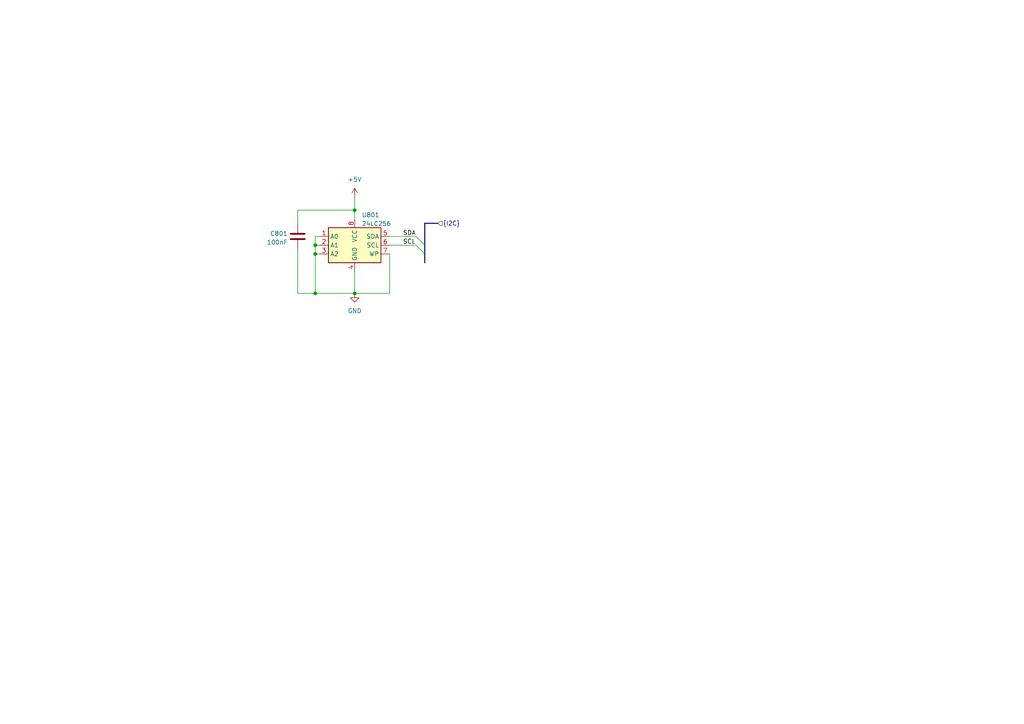
<source format=kicad_sch>
(kicad_sch (version 20231120) (generator "eeschema") (generator_version "8.0")
  (paper "A4")
  (lib_symbols
    (symbol "Device:C" (pin_numbers hide) (pin_names (offset 0.254))
      (property "Reference" "C" (at 0.635 2.54 0))
      (property "Value" "C" (at 0.635 -2.54 0))
      (symbol "C_0_1"
        (polyline (pts (xy -2.032 -0.762) (xy 2.032 -0.762)) (stroke (width 0.508)))
        (polyline (pts (xy -2.032 0.762) (xy 2.032 0.762)) (stroke (width 0.508)))
      )
      (symbol "C_1_1"
        (pin passive line (at 0 3.81 270) (length 2.794) (name "~") (number "1"))
        (pin passive line (at 0 -3.81 90) (length 2.794) (name "~") (number "2"))
      )
    )
    (symbol "Memory_EEPROM:24LC256"
      (property "Reference" "U" (at -6.35 6.35 0))
      (property "Value" "24LC256" (at 1.27 6.35 0))
      (symbol "24LC256_1_1"
        (rectangle (start -7.62 5.08) (end 7.62 -5.08) (stroke (width 0.254)) (fill (type background)))
        (pin input line (at -10.16 2.54 0) (length 2.54) (name "A0") (number "1"))
        (pin input line (at -10.16 0 0) (length 2.54) (name "A1") (number "2"))
        (pin input line (at -10.16 -2.54 0) (length 2.54) (name "A2") (number "3"))
        (pin power_in line (at 0 -7.62 90) (length 2.54) (name "GND") (number "4"))
        (pin bidirectional line (at 10.16 2.54 180) (length 2.54) (name "SDA") (number "5"))
        (pin input line (at 10.16 0 180) (length 2.54) (name "SCL") (number "6"))
        (pin input line (at 10.16 -2.54 180) (length 2.54) (name "WP") (number "7"))
        (pin power_in line (at 0 7.62 270) (length 2.54) (name "VCC") (number "8"))
      )
    )
    (symbol "power:+5V" (power) (pin_names (offset 0))
      (property "Value" "+5V" (at 0 3.556 0))
      (symbol "+5V_0_1"
        (polyline (pts (xy -0.762 1.27) (xy 0 2.54)))
        (polyline (pts (xy 0 0) (xy 0 2.54)))
        (polyline (pts (xy 0 2.54) (xy 0.762 1.27)))
      )
      (symbol "+5V_1_1"
        (pin power_in line (at 0 0 90) (length 0) hide (name "+5V") (number "1"))
      )
    )
    (symbol "power:GND" (power) (pin_names (offset 0))
      (property "Value" "GND" (at 0 -3.81 0))
      (symbol "GND_0_1"
        (polyline (pts (xy 0 0) (xy 0 -1.27) (xy 1.27 -1.27) (xy 0 -2.54) (xy -1.27 -1.27) (xy 0 -1.27)))
      )
      (symbol "GND_1_1"
        (pin power_in line (at 0 0 270) (length 0) hide (name "GND") (number "1"))
      )
    )
  )
  (bus_alias "I2C" (members "SDA" "SCL"))
  (junction (at 91.44 71.12))
  (junction (at 91.44 73.66))
  (junction (at 102.87 60.96))
  (junction (at 102.87 85.09))
  (junction (at 91.44 85.09))
  (bus_entry (at 123.19 73.66) (size -2.54 -2.54))
  (bus_entry (at 120.65 68.58) (size 2.54 2.54))
  (wire (pts (xy 102.87 57.15) (xy 102.87 60.96)))
  (wire (pts (xy 86.36 64.77) (xy 86.36 60.96)))
  (wire (pts (xy 113.03 73.66) (xy 113.03 85.09)))
  (wire (pts (xy 91.44 68.58) (xy 92.71 68.58)))
  (wire (pts (xy 113.03 68.58) (xy 120.65 68.58)))
  (bus (pts (xy 127 64.77) (xy 123.19 64.77)))
  (wire (pts (xy 102.87 78.74) (xy 102.87 85.09)))
  (wire (pts (xy 91.44 71.12) (xy 92.71 71.12)))
  (wire (pts (xy 102.87 85.09) (xy 113.03 85.09)))
  (bus (pts (xy 123.19 71.12) (xy 123.19 73.66)))
  (wire (pts (xy 91.44 85.09) (xy 102.87 85.09)))
  (wire (pts (xy 86.36 60.96) (xy 102.87 60.96)))
  (wire (pts (xy 86.36 72.39) (xy 86.36 85.09)))
  (wire (pts (xy 102.87 60.96) (xy 102.87 63.5)))
  (bus (pts (xy 123.19 73.66) (xy 123.19 76.2)))
  (wire (pts (xy 91.44 71.12) (xy 91.44 73.66)))
  (wire (pts (xy 91.44 73.66) (xy 92.71 73.66)))
  (bus (pts (xy 123.19 64.77) (xy 123.19 71.12)))
  (wire (pts (xy 91.44 68.58) (xy 91.44 71.12)))
  (wire (pts (xy 91.44 73.66) (xy 91.44 85.09)))
  (wire (pts (xy 113.03 71.12) (xy 120.65 71.12)))
  (wire (pts (xy 86.36 85.09) (xy 91.44 85.09)))
  (label "SDA" (at 116.84 68.58 0))
  (label "SCL" (at 116.84 71.12 0))
  (hierarchical_label "{I2C}" (shape input) (at 127 64.77 0))
  (symbol (lib_id "power:+5V") (at 102.87 57.15 0) (unit 1)
    (property "Reference" "#PWR0801" (effects (hide yes)))
    (property "Value" "+5V" (at 102.87 52.07 0))
    (instances (project "EEPROM" (path "" (reference "#PWR0801") (unit 1))) (project "MasterOfAccessories" (path "" (reference "#PWR0801") (unit 1))) (project "general_schematics" (path "" (reference "#PWR0154") (unit 1))))
  )
  (symbol (lib_id "Memory_EEPROM:24LC256") (at 102.87 71.12 0) (unit 1)
    (property "Reference" "U801" (at 104.8894 62.3402 0) (effects (justify left)))
    (property "Value" "24LC256" (at 104.8894 64.8771 0) (effects (justify left)))
    (property "Footprint" "Package_SO:SOIC-8_3.9x4.9mm_P1.27mm" (effects (hide yes)))
    (property "Datasheet" "http://ww1.microchip.com/downloads/en/devicedoc/21203m.pdf" (effects (hide yes)))
    (property "JLCPCB Part#" "C2987263" (effects (hide yes)))
    (instances (project "EEPROM" (path "" (reference "U801") (unit 1))) (project "MasterOfAccessories" (path "" (reference "U801") (unit 1))) (project "general_schematics" (path "" (reference "U1901") (unit 1))))
  )
  (symbol (lib_id "power:GND") (at 102.87 85.09 0) (unit 1)
    (property "Reference" "#PWR0802" (effects (hide yes)))
    (property "Value" "GND" (at 102.87 90.17 0))
  )
  (symbol (lib_id "Device:C") (at 86.36 68.58 0) (mirror x) (unit 1)
    (property "Reference" "C801" (at 83.439 67.7453 0) (effects (justify right)))
    (property "Value" "100nF" (at 83.439 70.2822 0) (effects (justify right)))
    (property "Footprint" "Capacitor_SMD:C_0603_1608Metric" (effects (hide yes)))
    (property "JLCPCB Part#" "C14663" (effects (hide yes)))
    (instances (project "EEPROM" (path "" (reference "C801") (unit 1))) (project "MasterOfAccessories" (path "" (reference "C801") (unit 1))) (project "general_schematics" (path "" (reference "C1901") (unit 1))))
  )
)
</source>
